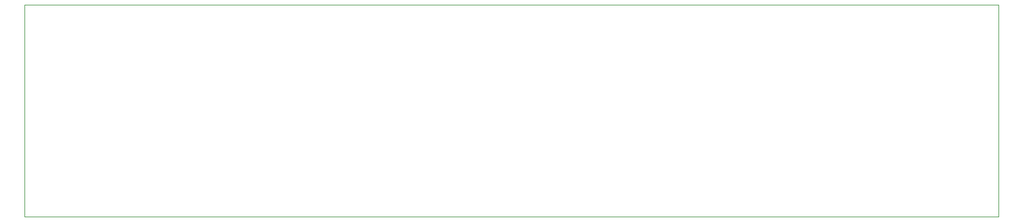
<source format=gbr>
G04 #@! TF.GenerationSoftware,KiCad,Pcbnew,5.99.0-unknown-3cd1208~100~ubuntu18.04.1*
G04 #@! TF.CreationDate,2019-09-26T13:34:42+08:00*
G04 #@! TF.ProjectId,external_camera,65787465-726e-4616-9c5f-63616d657261,rev?*
G04 #@! TF.SameCoordinates,Original*
G04 #@! TF.FileFunction,Profile,NP*
%FSLAX46Y46*%
G04 Gerber Fmt 4.6, Leading zero omitted, Abs format (unit mm)*
G04 Created by KiCad (PCBNEW 5.99.0-unknown-3cd1208~100~ubuntu18.04.1) date 2019-09-26 13:34:42*
%MOMM*%
%LPD*%
G04 APERTURE LIST*
%ADD10C,0.050000*%
G04 APERTURE END LIST*
D10*
X36000000Y-105000000D02*
X36000000Y-75000000D01*
X174000000Y-105000000D02*
X36000000Y-105000000D01*
X174000000Y-75000000D02*
X174000000Y-105000000D01*
X36000000Y-75000000D02*
X174000000Y-75000000D01*
M02*

</source>
